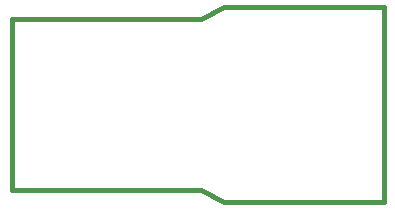
<source format=gko>
%FSLAX33Y33*%
%MOMM*%
%ADD10C,0.381*%
D10*
%LNpath-0*%
G01*
X0Y1000D02*
X16000Y1000D01*
X18000Y0*
X31500Y0*
X31500Y16500*
X18000Y16500*
X16000Y15500*
X0Y15500*
X0Y1000*
%LNmechanical details_traces*%
M02*
</source>
